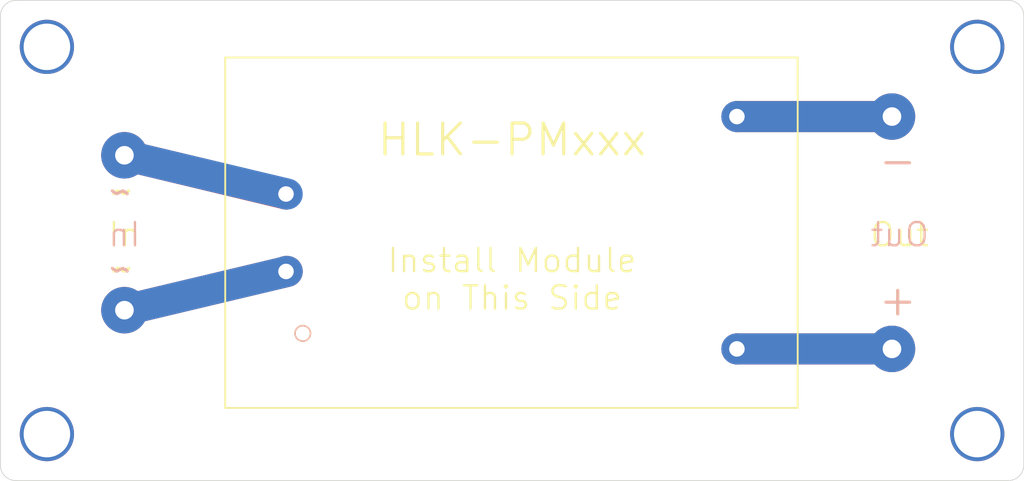
<source format=kicad_pcb>
(kicad_pcb (version 20240108) (generator "pcbnew") (generator_version "8.0")
  (layers (0 "F.Cu" signal) (31 "B.Cu" signal) (34 "B.Paste" user) (35 "F.Paste" user) (36 "B.SilkS" user "B.Silkscreen") (37 "F.SilkS" user "F.Silkscreen") (38 "B.Mask" user) (39 "F.Mask" user) (44 "Edge.Cuts" user))
  (net 0 "")
  (net 1 "AC1")
  (net 2 "AC2")
  (net 3 "Out+")
  (net 4 "Out-")
  (footprint "Converter_ACDC:Converter_ACDC_Hi-Link_HLK-PMxx" (layer "F.Cu") (at 137.92 97)
    (property "Reference" "PS1" (hide yes))
    (property "Value" "HLK-PMxxx" (at 14.58 -3.5 0) (layer "F.SilkS") (effects (font (size 2 2) (thickness 0.2))))
    (fp_line (start -3.92 -8.81) (end -3.92 13.81) (stroke (width 0.12)) (layer "F.SilkS"))
    (fp_line (start -3.92 -8.81) (end 33 -8.81) (stroke (width 0.12)) (layer "F.SilkS"))
    (fp_line (start -3.92 13.81) (end 33 13.81) (stroke (width 0.12)) (layer "F.SilkS"))
    (fp_line (start 33 -8.81) (end 33 13.81) (stroke (width 0.12)) (layer "F.SilkS"))
    (pad "1" thru_hole circle (at 0 5) (size 2 2) (drill 1) (layers "*.Cu" "*.Mask") (net 1 "AC1"))
    (pad "2" thru_hole circle (at 0 0) (size 2 2) (drill 1) (layers "*.Cu" "*.Mask") (net 2 "AC2"))
    (pad "3" thru_hole circle (at 29.08 10) (size 2 2) (drill 1) (layers "*.Cu" "*.Mask") (net 3 "Out+"))
    (pad "4" thru_hole circle (at 29.08 -5) (size 2 2) (drill 1) (layers "*.Cu" "*.Mask") (net 4 "Out-"))
  )
  (footprint "" (layer "F.Cu") (at 127.5 104.5)
    (property "Reference" "" (at 0 0 0) (layer "F.SilkS") (effects (font (size 1.27 1.27))))
    (property "Value" "")
    (pad "1" thru_hole circle (at 0 0) (size 3 3) (drill 1.2) (layers "*.Cu" "*.Mask") (net 1 "AC1"))
  )
  (footprint "" (layer "F.Cu") (at 177 107)
    (property "Reference" "" (at 0 0 0) (layer "F.SilkS") (effects (font (size 1.27 1.27))))
    (property "Value" "")
    (pad "3" thru_hole circle (at 0 0) (size 3 3) (drill 1.2) (layers "*.Cu" "*.Mask") (net 3 "Out+"))
  )
  (footprint "" (layer "F.Cu") (at 177 92)
    (property "Reference" "" (at 0 0 0) (layer "F.SilkS") (effects (font (size 1.27 1.27))))
    (property "Value" "")
    (pad "4" thru_hole circle (at 0 0) (size 3 3) (drill 1.2) (layers "*.Cu" "*.Mask") (net 4 "Out-"))
  )
  (footprint "Connector_Pin:Pin_D1.0mm_L10.0mm" (layer "F.Cu") (at 127.5 94.5)
    (property "Reference" "AC2" (hide yes))
    (property "Value" "" (hide yes))
    (pad "2" thru_hole circle (at 0 0) (size 3 3) (drill 1.2) (layers "*.Cu" "*.Mask") (net 2 "AC2"))
  )
  (gr_line (start 127.5 94.5) (end 137.919981 97.000077) (stroke (width 2)) (layer "F.Cu") (net 2))
  (gr_line (start 167 107) (end 177 107) (stroke (width 2)) (layer "F.Cu") (net 3))
  (gr_line (start 167 92) (end 177 92) (stroke (width 2)) (layer "F.Cu") (net 4))
  (gr_line (start 127.5 104.5) (end 138 102) (stroke (width 2)) (layer "F.Cu") (net 1))
  (gr_line (start 167 107) (end 177 107) (stroke (width 2)) (layer "B.Cu") (net 3))
  (gr_line (start 127.5 104.5) (end 138 102) (stroke (width 2)) (layer "B.Cu") (net 1))
  (gr_line (start 127.5 94.5) (end 138 97) (stroke (width 2)) (layer "B.Cu") (net 2))
  (gr_line (start 167 92) (end 177 92) (stroke (width 2)) (layer "B.Cu") (net 4))
  (gr_circle (center 139 106) (end 139.5 106) (stroke (width 0.1)) (fill none) (layer "B.SilkS"))
  (gr_circle (center 139 106) (end 139.5 106) (stroke (width 0.1)) (fill none) (layer "F.SilkS"))
  (gr_line (start 185.5 85.5) (end 185.5 114.5) (stroke (width 0.05)) (layer "Edge.Cuts"))
  (gr_line (start 119.5 114.5) (end 119.5 85.5) (stroke (width 0.05)) (layer "Edge.Cuts"))
  (gr_arc (start 120.5 115.5) (mid 119.792893 115.207107) (end 119.5 114.5) (stroke (width 0.05)) (layer "Edge.Cuts"))
  (gr_line (start 184.5 115.5) (end 120.5 115.5) (stroke (width 0.05)) (layer "Edge.Cuts"))
  (gr_arc (start 119.5 85.5) (mid 119.792893 84.792893) (end 120.5 84.5) (stroke (width 0.05)) (layer "Edge.Cuts"))
  (gr_arc (start 185.5 114.5) (mid 185.207107 115.207107) (end 184.5 115.5) (stroke (width 0.05)) (layer "Edge.Cuts"))
  (gr_arc (start 184.499999 84.500001) (mid 185.207106 84.792894) (end 185.499999 85.500001) (stroke (width 0.05)) (layer "Edge.Cuts"))
  (gr_line (start 184.5 84.5) (end 120.5 84.5) (stroke (width 0.05)) (layer "Edge.Cuts"))
  (gr_text "In\n" (at 127.5 100.5 0) (layer "B.SilkS") (effects (font (size 1.5 1.5)) (justify bottom mirror)))
  (gr_text "Out" (at 177.5 100.5 0) (layer "B.SilkS") (effects (font (size 1.5 1.5)) (justify bottom mirror)))
  (gr_text "~" (at 128 103 0) (layer "B.SilkS") (effects (font (size 2 2) (thickness 0.2)) (justify left bottom mirror)))
  (gr_text "~" (at 128 98 0) (layer "B.SilkS") (effects (font (size 2 2) (thickness 0.2)) (justify left bottom mirror)))
  (gr_text "+" (at 176 105 0) (layer "B.SilkS") (effects (font (size 2 2) (thickness 0.2)) (justify left bottom)))
  (gr_text "-" (at 176 96 0) (layer "B.SilkS") (effects (font (size 2 2) (thickness 0.2)) (justify left bottom)))
  (gr_text "Install Module\non This Side" (at 152.5 102.5 0) (layer "F.SilkS") (effects (font (size 1.5 1.5))))
  (gr_text "In\n" (at 127.5 100.5 0) (layer "F.SilkS") (effects (font (size 1.5 1.5)) (justify bottom)))
  (gr_text "~" (at 126.5 103 0) (layer "F.SilkS") (effects (font (size 2 2) (thickness 0.2)) (justify left bottom)))
  (gr_text "Out" (at 177.5 100.5 0) (layer "F.SilkS") (effects (font (size 1.5 1.5)) (justify bottom)))
  (gr_text "~" (at 126.5 98 0) (layer "F.SilkS") (effects (font (size 2 2) (thickness 0.2)) (justify left bottom)))
  (gr_text "-" (at 176 96 0) (layer "F.SilkS") (effects (font (size 2 2) (thickness 0.2)) (justify left bottom)))
  (gr_text "+" (at 176 105 0) (layer "F.SilkS") (effects (font (size 2 2) (thickness 0.2)) (justify left bottom)))
  (via (at 182.5 87.5) (size 3.5) (drill 3) (layers "F.Cu" "B.Cu") (net 0))
  (via (at 182.5 112.5) (size 3.5) (drill 3) (layers "F.Cu" "B.Cu") (net 0))
  (via (at 122.5 112.5) (size 3.5) (drill 3) (layers "F.Cu" "B.Cu") (net 0))
  (via (at 122.5 87.5) (size 3.5) (drill 3) (layers "F.Cu" "B.Cu") (net 0))
)
</source>
